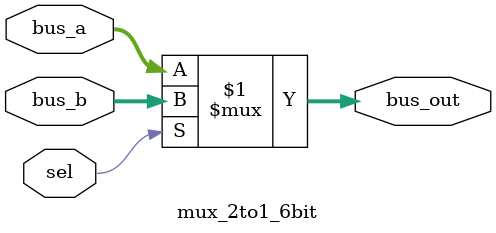
<source format=v>
module mux_2to1_6bit(
	input wire [5:0] bus_a,
	input wire [5:0] bus_b,
	input wire sel,
	
	output wire [5:0] bus_out

);

assign bus_out = (sel) ? bus_b : bus_a;

endmodule
</source>
